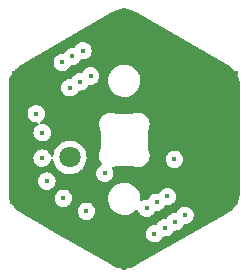
<source format=gbr>
%TF.GenerationSoftware,KiCad,Pcbnew,(6.0.6)*%
%TF.CreationDate,2022-07-10T21:38:46+02:00*%
%TF.ProjectId,GCode_Buttons_B3K-T13L,47436f64-655f-4427-9574-746f6e735f42,rev?*%
%TF.SameCoordinates,Original*%
%TF.FileFunction,Copper,L3,Inr*%
%TF.FilePolarity,Positive*%
%FSLAX46Y46*%
G04 Gerber Fmt 4.6, Leading zero omitted, Abs format (unit mm)*
G04 Created by KiCad (PCBNEW (6.0.6)) date 2022-07-10 21:38:46*
%MOMM*%
%LPD*%
G01*
G04 APERTURE LIST*
%TA.AperFunction,ComponentPad*%
%ADD10C,1.800000*%
%TD*%
%TA.AperFunction,ViaPad*%
%ADD11C,0.450000*%
%TD*%
G04 APERTURE END LIST*
D10*
%TO.N,Net-(JP1-Pad1)*%
%TO.C,SW1*%
X95400000Y-101500000D03*
%TO.N,GND*%
X104600000Y-98500000D03*
%TD*%
D11*
%TO.N,+5V*%
X103650000Y-104800000D03*
X92550000Y-97800000D03*
X96500000Y-92450000D03*
X104250000Y-101650000D03*
%TO.N,GND*%
X90650000Y-94350000D03*
X109450000Y-94350000D03*
X100000000Y-110850000D03*
X109450000Y-105300000D03*
X97400000Y-91950000D03*
X100000000Y-89000000D03*
X90500000Y-105300000D03*
%TO.N,Net-(J1-Pad4)*%
X95600000Y-92950000D03*
X102750000Y-105300000D03*
X94850000Y-104950000D03*
%TO.N,Net-(J1-Pad1)*%
X102550000Y-107950000D03*
X93050000Y-99400000D03*
X95400000Y-95600000D03*
%TO.N,Net-(J1-Pad2)*%
X93050000Y-101550000D03*
X94750000Y-93450000D03*
X101900000Y-105800000D03*
%TO.N,Net-(J1-Pad3)*%
X93450000Y-103500000D03*
X103450000Y-107450000D03*
X96250000Y-95100000D03*
%TO.N,Net-(J1-Pad5)*%
X104300000Y-106950000D03*
X96800000Y-106050000D03*
X97150000Y-94600000D03*
%TO.N,Dout*%
X105150000Y-106400000D03*
X98350000Y-102850000D03*
%TD*%
%TA.AperFunction,Conductor*%
%TO.N,GND*%
G36*
X100109229Y-88929218D02*
G01*
X100251700Y-88938557D01*
X100268040Y-88940708D01*
X100387689Y-88964507D01*
X100507342Y-88988308D01*
X100523256Y-88992572D01*
X100638775Y-89031786D01*
X100754291Y-89070998D01*
X100769518Y-89077305D01*
X100958213Y-89170359D01*
X100977745Y-89182825D01*
X100980725Y-89184595D01*
X100987718Y-89190227D01*
X101017122Y-89202437D01*
X101031789Y-89209678D01*
X108753005Y-93667526D01*
X108769036Y-93678513D01*
X108787719Y-93693561D01*
X108796007Y-93697002D01*
X108796011Y-93697005D01*
X108802892Y-93699862D01*
X108824564Y-93711458D01*
X109005489Y-93832347D01*
X109018552Y-93842370D01*
X109130266Y-93940340D01*
X109201991Y-94003241D01*
X109213646Y-94014896D01*
X109374521Y-94198340D01*
X109384554Y-94211415D01*
X109520101Y-94414274D01*
X109528342Y-94428547D01*
X109636257Y-94647374D01*
X109642564Y-94662601D01*
X109720991Y-94893636D01*
X109725256Y-94909553D01*
X109772856Y-95148853D01*
X109775007Y-95165194D01*
X109788766Y-95375105D01*
X109787731Y-95398357D01*
X109787690Y-95401745D01*
X109786308Y-95410618D01*
X109787472Y-95419520D01*
X109787472Y-95419523D01*
X109790435Y-95442179D01*
X109791499Y-95458516D01*
X109791501Y-104374186D01*
X109790000Y-104393574D01*
X109786310Y-104417269D01*
X109787957Y-104429863D01*
X109788440Y-104433560D01*
X109789233Y-104458135D01*
X109783482Y-104545852D01*
X109774998Y-104675252D01*
X109772847Y-104691591D01*
X109725244Y-104930899D01*
X109720978Y-104946818D01*
X109685979Y-105049922D01*
X109654291Y-105143275D01*
X109642553Y-105177853D01*
X109636248Y-105193077D01*
X109606733Y-105252929D01*
X109528334Y-105411913D01*
X109520094Y-105426186D01*
X109384541Y-105629064D01*
X109374509Y-105642138D01*
X109309852Y-105715870D01*
X109217693Y-105820965D01*
X109213644Y-105825582D01*
X109201992Y-105837235D01*
X109018551Y-105998123D01*
X109005485Y-106008150D01*
X108900326Y-106078423D01*
X108830734Y-106124928D01*
X108809273Y-106136078D01*
X108806935Y-106137390D01*
X108798564Y-106140629D01*
X108791440Y-106146086D01*
X108773307Y-106159976D01*
X108759686Y-106169069D01*
X101038499Y-110626898D01*
X101020961Y-110635291D01*
X101006957Y-110640709D01*
X100998580Y-110643950D01*
X100991452Y-110649410D01*
X100985542Y-110653937D01*
X100964654Y-110666914D01*
X100877557Y-110709868D01*
X100769511Y-110763153D01*
X100754293Y-110769457D01*
X100523250Y-110847889D01*
X100507338Y-110852153D01*
X100386745Y-110876141D01*
X100268038Y-110899754D01*
X100251697Y-110901905D01*
X100083931Y-110912902D01*
X100008239Y-110917863D01*
X99991761Y-110917863D01*
X99916069Y-110912902D01*
X99748303Y-110901905D01*
X99731962Y-110899754D01*
X99613273Y-110876144D01*
X99492663Y-110852153D01*
X99476751Y-110847889D01*
X99245705Y-110769456D01*
X99230488Y-110763152D01*
X99041791Y-110670093D01*
X99022289Y-110657644D01*
X99019279Y-110655857D01*
X99012290Y-110650227D01*
X98982877Y-110638012D01*
X98968214Y-110630773D01*
X94307126Y-107939694D01*
X101811931Y-107939694D01*
X101827989Y-108103468D01*
X101879932Y-108259615D01*
X101965179Y-108400373D01*
X102079491Y-108518747D01*
X102217189Y-108608854D01*
X102371428Y-108666215D01*
X102378409Y-108667146D01*
X102378411Y-108667147D01*
X102527561Y-108687048D01*
X102527565Y-108687048D01*
X102534542Y-108687979D01*
X102541553Y-108687341D01*
X102541557Y-108687341D01*
X102691403Y-108673704D01*
X102691404Y-108673704D01*
X102698424Y-108673065D01*
X102727062Y-108663760D01*
X102848230Y-108624390D01*
X102848233Y-108624389D01*
X102854929Y-108622213D01*
X102996279Y-108537951D01*
X103115449Y-108424468D01*
X103131458Y-108400373D01*
X103202614Y-108293275D01*
X103202615Y-108293273D01*
X103206515Y-108287403D01*
X103217998Y-108257174D01*
X103260884Y-108200598D01*
X103327552Y-108176187D01*
X103352444Y-108177025D01*
X103401435Y-108183562D01*
X103427562Y-108187048D01*
X103427565Y-108187048D01*
X103434542Y-108187979D01*
X103441553Y-108187341D01*
X103441557Y-108187341D01*
X103591403Y-108173704D01*
X103591404Y-108173704D01*
X103598424Y-108173065D01*
X103638440Y-108160063D01*
X103748230Y-108124390D01*
X103748233Y-108124389D01*
X103754929Y-108122213D01*
X103896279Y-108037951D01*
X104015449Y-107924468D01*
X104106515Y-107787403D01*
X104115586Y-107763524D01*
X104158472Y-107706947D01*
X104225140Y-107682537D01*
X104250037Y-107683375D01*
X104277561Y-107687048D01*
X104277565Y-107687048D01*
X104284542Y-107687979D01*
X104291553Y-107687341D01*
X104291557Y-107687341D01*
X104441403Y-107673704D01*
X104441404Y-107673704D01*
X104448424Y-107673065D01*
X104471455Y-107665582D01*
X104598230Y-107624390D01*
X104598233Y-107624389D01*
X104604929Y-107622213D01*
X104746279Y-107537951D01*
X104865449Y-107424468D01*
X104899468Y-107373266D01*
X104952614Y-107293275D01*
X104952615Y-107293273D01*
X104956515Y-107287403D01*
X104983662Y-107215937D01*
X105026550Y-107159359D01*
X105093219Y-107134949D01*
X105118113Y-107135787D01*
X105121919Y-107136295D01*
X105127562Y-107137048D01*
X105127565Y-107137048D01*
X105134542Y-107137979D01*
X105141553Y-107137341D01*
X105141557Y-107137341D01*
X105291403Y-107123704D01*
X105291404Y-107123704D01*
X105298424Y-107123065D01*
X105321455Y-107115582D01*
X105448230Y-107074390D01*
X105448233Y-107074389D01*
X105454929Y-107072213D01*
X105596279Y-106987951D01*
X105715449Y-106874468D01*
X105719350Y-106868597D01*
X105802614Y-106743275D01*
X105802615Y-106743273D01*
X105806515Y-106737403D01*
X105864951Y-106583568D01*
X105882133Y-106461310D01*
X105887302Y-106424534D01*
X105887303Y-106424527D01*
X105887853Y-106420610D01*
X105888141Y-106400000D01*
X105869798Y-106236466D01*
X105855127Y-106194335D01*
X105837402Y-106143437D01*
X105815680Y-106081060D01*
X105805982Y-106065539D01*
X105732209Y-105947479D01*
X105728476Y-105941505D01*
X105657279Y-105869809D01*
X105617486Y-105829737D01*
X105617482Y-105829734D01*
X105612522Y-105824739D01*
X105473580Y-105736563D01*
X105415467Y-105715870D01*
X105325189Y-105683723D01*
X105325187Y-105683722D01*
X105318555Y-105681361D01*
X105311569Y-105680528D01*
X105311565Y-105680527D01*
X105197071Y-105666875D01*
X105155153Y-105661877D01*
X105148150Y-105662613D01*
X105148149Y-105662613D01*
X105113879Y-105666215D01*
X104991495Y-105679078D01*
X104984827Y-105681348D01*
X104842382Y-105729840D01*
X104842379Y-105729841D01*
X104835715Y-105732110D01*
X104695555Y-105818337D01*
X104688157Y-105825582D01*
X104624468Y-105887951D01*
X104577982Y-105933473D01*
X104488838Y-106071797D01*
X104486427Y-106078420D01*
X104486426Y-106078423D01*
X104466490Y-106133198D01*
X104424396Y-106190370D01*
X104358075Y-106215708D01*
X104333173Y-106215218D01*
X104305153Y-106211877D01*
X104298150Y-106212613D01*
X104298149Y-106212613D01*
X104273365Y-106215218D01*
X104141495Y-106229078D01*
X104134827Y-106231348D01*
X103992382Y-106279840D01*
X103992379Y-106279841D01*
X103985715Y-106282110D01*
X103977209Y-106287343D01*
X103861659Y-106358430D01*
X103845555Y-106368337D01*
X103825526Y-106387951D01*
X103743163Y-106468607D01*
X103727982Y-106483473D01*
X103638838Y-106621797D01*
X103636427Y-106628420D01*
X103636426Y-106628423D01*
X103633930Y-106635281D01*
X103591835Y-106692452D01*
X103525513Y-106717788D01*
X103500616Y-106717298D01*
X103455153Y-106711877D01*
X103448150Y-106712613D01*
X103448149Y-106712613D01*
X103404935Y-106717155D01*
X103291495Y-106729078D01*
X103284827Y-106731348D01*
X103142382Y-106779840D01*
X103142379Y-106779841D01*
X103135715Y-106782110D01*
X103038858Y-106841697D01*
X103007740Y-106860841D01*
X102995555Y-106868337D01*
X102877982Y-106983473D01*
X102788838Y-107121797D01*
X102786427Y-107128420D01*
X102786426Y-107128423D01*
X102781852Y-107140991D01*
X102739758Y-107198163D01*
X102673437Y-107223501D01*
X102648533Y-107223011D01*
X102562147Y-107212711D01*
X102555153Y-107211877D01*
X102548150Y-107212613D01*
X102548149Y-107212613D01*
X102516524Y-107215937D01*
X102391495Y-107229078D01*
X102384827Y-107231348D01*
X102242382Y-107279840D01*
X102242379Y-107279841D01*
X102235715Y-107282110D01*
X102095555Y-107368337D01*
X101977982Y-107483473D01*
X101888838Y-107621797D01*
X101886427Y-107628420D01*
X101886426Y-107628423D01*
X101834966Y-107769809D01*
X101834965Y-107769814D01*
X101832556Y-107776432D01*
X101811931Y-107939694D01*
X94307126Y-107939694D01*
X93075028Y-107228342D01*
X91246992Y-106172925D01*
X91230958Y-106161936D01*
X91219257Y-106152512D01*
X91219253Y-106152510D01*
X91212262Y-106146879D01*
X91197090Y-106140579D01*
X91175408Y-106128979D01*
X91041773Y-106039694D01*
X96061931Y-106039694D01*
X96077989Y-106203468D01*
X96129932Y-106359615D01*
X96133581Y-106365640D01*
X96198125Y-106472213D01*
X96215179Y-106500373D01*
X96220070Y-106505438D01*
X96220071Y-106505439D01*
X96286561Y-106574291D01*
X96329491Y-106618747D01*
X96467189Y-106708854D01*
X96621428Y-106766215D01*
X96628409Y-106767146D01*
X96628411Y-106767147D01*
X96777561Y-106787048D01*
X96777565Y-106787048D01*
X96784542Y-106787979D01*
X96791553Y-106787341D01*
X96791557Y-106787341D01*
X96941403Y-106773704D01*
X96941404Y-106773704D01*
X96948424Y-106773065D01*
X96977062Y-106763760D01*
X97098230Y-106724390D01*
X97098233Y-106724389D01*
X97104929Y-106722213D01*
X97246279Y-106637951D01*
X97365449Y-106524468D01*
X97370313Y-106517147D01*
X97452614Y-106393275D01*
X97452615Y-106393273D01*
X97456515Y-106387403D01*
X97514951Y-106233568D01*
X97528652Y-106136078D01*
X97537302Y-106074534D01*
X97537303Y-106074527D01*
X97537853Y-106070610D01*
X97538141Y-106050000D01*
X97519798Y-105886466D01*
X97513998Y-105869809D01*
X97492246Y-105807347D01*
X97465680Y-105731060D01*
X97457806Y-105718458D01*
X97382209Y-105597479D01*
X97378476Y-105591505D01*
X97313612Y-105526187D01*
X97267486Y-105479737D01*
X97267482Y-105479734D01*
X97262522Y-105474739D01*
X97123580Y-105386563D01*
X97050280Y-105360462D01*
X96975189Y-105333723D01*
X96975187Y-105333722D01*
X96968555Y-105331361D01*
X96961569Y-105330528D01*
X96961565Y-105330527D01*
X96847071Y-105316875D01*
X96805153Y-105311877D01*
X96798150Y-105312613D01*
X96798149Y-105312613D01*
X96754935Y-105317155D01*
X96641495Y-105329078D01*
X96634827Y-105331348D01*
X96492382Y-105379840D01*
X96492379Y-105379841D01*
X96485715Y-105382110D01*
X96345555Y-105468337D01*
X96333914Y-105479737D01*
X96274468Y-105537951D01*
X96227982Y-105583473D01*
X96138838Y-105721797D01*
X96136427Y-105728420D01*
X96136426Y-105728423D01*
X96084966Y-105869809D01*
X96084965Y-105869814D01*
X96082556Y-105876432D01*
X96061931Y-106039694D01*
X91041773Y-106039694D01*
X90994502Y-106008111D01*
X90981425Y-105998077D01*
X90797982Y-105837209D01*
X90786326Y-105825553D01*
X90785613Y-105824739D01*
X90625466Y-105642130D01*
X90615432Y-105629054D01*
X90554151Y-105537341D01*
X90479880Y-105426186D01*
X90471643Y-105411918D01*
X90363735Y-105193093D01*
X90357428Y-105177866D01*
X90353454Y-105166158D01*
X90279010Y-104946833D01*
X90277097Y-104939694D01*
X94111931Y-104939694D01*
X94127989Y-105103468D01*
X94179932Y-105259615D01*
X94183581Y-105265640D01*
X94259839Y-105391555D01*
X94265179Y-105400373D01*
X94270070Y-105405438D01*
X94270071Y-105405439D01*
X94330811Y-105468337D01*
X94379491Y-105518747D01*
X94517189Y-105608854D01*
X94671428Y-105666215D01*
X94678409Y-105667146D01*
X94678411Y-105667147D01*
X94827561Y-105687048D01*
X94827565Y-105687048D01*
X94834542Y-105687979D01*
X94841553Y-105687341D01*
X94841557Y-105687341D01*
X94991403Y-105673704D01*
X94991404Y-105673704D01*
X94998424Y-105673065D01*
X95032857Y-105661877D01*
X95148230Y-105624390D01*
X95148233Y-105624389D01*
X95154929Y-105622213D01*
X95296279Y-105537951D01*
X95415449Y-105424468D01*
X95419350Y-105418597D01*
X95502614Y-105293275D01*
X95502615Y-105293273D01*
X95506515Y-105287403D01*
X95564951Y-105133568D01*
X95576769Y-105049475D01*
X95587302Y-104974534D01*
X95587303Y-104974527D01*
X95587853Y-104970610D01*
X95588141Y-104950000D01*
X95586545Y-104935774D01*
X98638102Y-104935774D01*
X98638302Y-104941103D01*
X98638302Y-104941105D01*
X98642107Y-105042452D01*
X98646751Y-105166158D01*
X98647846Y-105171377D01*
X98652402Y-105193093D01*
X98694093Y-105391791D01*
X98696051Y-105396750D01*
X98696052Y-105396752D01*
X98775324Y-105597479D01*
X98778776Y-105606221D01*
X98781543Y-105610780D01*
X98781544Y-105610783D01*
X98815181Y-105666215D01*
X98898377Y-105803317D01*
X98901874Y-105807347D01*
X99041808Y-105968607D01*
X99049477Y-105977445D01*
X99053608Y-105980832D01*
X99223627Y-106120240D01*
X99223633Y-106120244D01*
X99227755Y-106123624D01*
X99232391Y-106126263D01*
X99232394Y-106126265D01*
X99388663Y-106215218D01*
X99428114Y-106237675D01*
X99644825Y-106316337D01*
X99650074Y-106317286D01*
X99650077Y-106317287D01*
X99867608Y-106356623D01*
X99867615Y-106356624D01*
X99871692Y-106357361D01*
X99889414Y-106358197D01*
X99894356Y-106358430D01*
X99894363Y-106358430D01*
X99895844Y-106358500D01*
X100057890Y-106358500D01*
X100124809Y-106352822D01*
X100224409Y-106344371D01*
X100224413Y-106344370D01*
X100229720Y-106343920D01*
X100234875Y-106342582D01*
X100234881Y-106342581D01*
X100447703Y-106287343D01*
X100447707Y-106287342D01*
X100452872Y-106286001D01*
X100457738Y-106283809D01*
X100457741Y-106283808D01*
X100621249Y-106210153D01*
X100663075Y-106191312D01*
X100854319Y-106062559D01*
X100863331Y-106053962D01*
X100983768Y-105939071D01*
X101046865Y-105906524D01*
X101117542Y-105913256D01*
X101173359Y-105957129D01*
X101190296Y-105990464D01*
X101229932Y-106109615D01*
X101233581Y-106115640D01*
X101307489Y-106237675D01*
X101315179Y-106250373D01*
X101429491Y-106368747D01*
X101567189Y-106458854D01*
X101721428Y-106516215D01*
X101728409Y-106517146D01*
X101728411Y-106517147D01*
X101877561Y-106537048D01*
X101877565Y-106537048D01*
X101884542Y-106537979D01*
X101891553Y-106537341D01*
X101891557Y-106537341D01*
X102041403Y-106523704D01*
X102041404Y-106523704D01*
X102048424Y-106523065D01*
X102102671Y-106505439D01*
X102198230Y-106474390D01*
X102198233Y-106474389D01*
X102204929Y-106472213D01*
X102346279Y-106387951D01*
X102465449Y-106274468D01*
X102481458Y-106250373D01*
X102552614Y-106143275D01*
X102552615Y-106143273D01*
X102556515Y-106137403D01*
X102565586Y-106113524D01*
X102608472Y-106056947D01*
X102675140Y-106032537D01*
X102700037Y-106033375D01*
X102727561Y-106037048D01*
X102727565Y-106037048D01*
X102734542Y-106037979D01*
X102741553Y-106037341D01*
X102741557Y-106037341D01*
X102891403Y-106023704D01*
X102891404Y-106023704D01*
X102898424Y-106023065D01*
X102944447Y-106008111D01*
X103048230Y-105974390D01*
X103048233Y-105974389D01*
X103054929Y-105972213D01*
X103196279Y-105887951D01*
X103315449Y-105774468D01*
X103338124Y-105740340D01*
X103402614Y-105643275D01*
X103402615Y-105643273D01*
X103406515Y-105637403D01*
X103417998Y-105607174D01*
X103460884Y-105550598D01*
X103527552Y-105526187D01*
X103552444Y-105527025D01*
X103597946Y-105533096D01*
X103627562Y-105537048D01*
X103627565Y-105537048D01*
X103634542Y-105537979D01*
X103641553Y-105537341D01*
X103641557Y-105537341D01*
X103791403Y-105523704D01*
X103791404Y-105523704D01*
X103798424Y-105523065D01*
X103838440Y-105510063D01*
X103948230Y-105474390D01*
X103948233Y-105474389D01*
X103954929Y-105472213D01*
X104096279Y-105387951D01*
X104215449Y-105274468D01*
X104219350Y-105268597D01*
X104302614Y-105143275D01*
X104302615Y-105143273D01*
X104306515Y-105137403D01*
X104364951Y-104983568D01*
X104385213Y-104839396D01*
X104387302Y-104824534D01*
X104387303Y-104824527D01*
X104387853Y-104820610D01*
X104388141Y-104800000D01*
X104369798Y-104636466D01*
X104365835Y-104625084D01*
X104317998Y-104487717D01*
X104315680Y-104481060D01*
X104296257Y-104449976D01*
X104232209Y-104347479D01*
X104228476Y-104341505D01*
X104164678Y-104277260D01*
X104117486Y-104229737D01*
X104117482Y-104229734D01*
X104112522Y-104224739D01*
X103973580Y-104136563D01*
X103850952Y-104092897D01*
X103825189Y-104083723D01*
X103825187Y-104083722D01*
X103818555Y-104081361D01*
X103811569Y-104080528D01*
X103811565Y-104080527D01*
X103697071Y-104066875D01*
X103655153Y-104061877D01*
X103648150Y-104062613D01*
X103648149Y-104062613D01*
X103604935Y-104067155D01*
X103491495Y-104079078D01*
X103484827Y-104081348D01*
X103342382Y-104129840D01*
X103342379Y-104129841D01*
X103335715Y-104132110D01*
X103266990Y-104174390D01*
X103206056Y-104211877D01*
X103195555Y-104218337D01*
X103077982Y-104333473D01*
X102988838Y-104471797D01*
X102986427Y-104478420D01*
X102986426Y-104478423D01*
X102981852Y-104490991D01*
X102939758Y-104548163D01*
X102873437Y-104573501D01*
X102848533Y-104573011D01*
X102762147Y-104562711D01*
X102755153Y-104561877D01*
X102748150Y-104562613D01*
X102748149Y-104562613D01*
X102704935Y-104567155D01*
X102591495Y-104579078D01*
X102584827Y-104581348D01*
X102442382Y-104629840D01*
X102442379Y-104629841D01*
X102435715Y-104632110D01*
X102295555Y-104718337D01*
X102274995Y-104738471D01*
X102208118Y-104803962D01*
X102177982Y-104833473D01*
X102088838Y-104971797D01*
X102086427Y-104978420D01*
X102086426Y-104978423D01*
X102083930Y-104985281D01*
X102041835Y-105042452D01*
X101975513Y-105067788D01*
X101950616Y-105067298D01*
X101905153Y-105061877D01*
X101898150Y-105062613D01*
X101898149Y-105062613D01*
X101854935Y-105067155D01*
X101741495Y-105079078D01*
X101734827Y-105081348D01*
X101592382Y-105129840D01*
X101592379Y-105129841D01*
X101585715Y-105132110D01*
X101572640Y-105140154D01*
X101553277Y-105152066D01*
X101484776Y-105170724D01*
X101417062Y-105149385D01*
X101371634Y-105094825D01*
X101361344Y-105049475D01*
X101361081Y-105042452D01*
X101353249Y-104833842D01*
X101305907Y-104608209D01*
X101303948Y-104603248D01*
X101223185Y-104398744D01*
X101223184Y-104398742D01*
X101221224Y-104393779D01*
X101213362Y-104380822D01*
X101104390Y-104201243D01*
X101101623Y-104196683D01*
X101049454Y-104136563D01*
X100954023Y-104026588D01*
X100954021Y-104026586D01*
X100950523Y-104022555D01*
X100862491Y-103950373D01*
X100776373Y-103879760D01*
X100776367Y-103879756D01*
X100772245Y-103876376D01*
X100767609Y-103873737D01*
X100767606Y-103873735D01*
X100576529Y-103764968D01*
X100571886Y-103762325D01*
X100355175Y-103683663D01*
X100349926Y-103682714D01*
X100349923Y-103682713D01*
X100132392Y-103643377D01*
X100132385Y-103643376D01*
X100128308Y-103642639D01*
X100110586Y-103641803D01*
X100105644Y-103641570D01*
X100105637Y-103641570D01*
X100104156Y-103641500D01*
X99942110Y-103641500D01*
X99883667Y-103646459D01*
X99775591Y-103655629D01*
X99775587Y-103655630D01*
X99770280Y-103656080D01*
X99765125Y-103657418D01*
X99765119Y-103657419D01*
X99552297Y-103712657D01*
X99552293Y-103712658D01*
X99547128Y-103713999D01*
X99542262Y-103716191D01*
X99542259Y-103716192D01*
X99433980Y-103764968D01*
X99336925Y-103808688D01*
X99145681Y-103937441D01*
X99141824Y-103941120D01*
X99141822Y-103941122D01*
X99132125Y-103950373D01*
X98978865Y-104096576D01*
X98841246Y-104281542D01*
X98838830Y-104286293D01*
X98838828Y-104286297D01*
X98810759Y-104341505D01*
X98736760Y-104487051D01*
X98735178Y-104492145D01*
X98735177Y-104492148D01*
X98690365Y-104636466D01*
X98668393Y-104707227D01*
X98667692Y-104712516D01*
X98650876Y-104839396D01*
X98638102Y-104935774D01*
X95586545Y-104935774D01*
X95569798Y-104786466D01*
X95563998Y-104769809D01*
X95536759Y-104691591D01*
X95515680Y-104631060D01*
X95484625Y-104581361D01*
X95432209Y-104497479D01*
X95428476Y-104491505D01*
X95363597Y-104426172D01*
X95317486Y-104379737D01*
X95317482Y-104379734D01*
X95312522Y-104374739D01*
X95173580Y-104286563D01*
X95124447Y-104269068D01*
X95025189Y-104233723D01*
X95025187Y-104233722D01*
X95018555Y-104231361D01*
X95011569Y-104230528D01*
X95011565Y-104230527D01*
X94897071Y-104216875D01*
X94855153Y-104211877D01*
X94848150Y-104212613D01*
X94848149Y-104212613D01*
X94813879Y-104216215D01*
X94691495Y-104229078D01*
X94684827Y-104231348D01*
X94542382Y-104279840D01*
X94542379Y-104279841D01*
X94535715Y-104282110D01*
X94395555Y-104368337D01*
X94345587Y-104417269D01*
X94286549Y-104475084D01*
X94277982Y-104483473D01*
X94188838Y-104621797D01*
X94186427Y-104628420D01*
X94186426Y-104628423D01*
X94134966Y-104769809D01*
X94134965Y-104769814D01*
X94132556Y-104776432D01*
X94111931Y-104939694D01*
X90277097Y-104939694D01*
X90274748Y-104930928D01*
X90227157Y-104691620D01*
X90225007Y-104675287D01*
X90222180Y-104632110D01*
X90211251Y-104465238D01*
X90212261Y-104442597D01*
X90212308Y-104438734D01*
X90213690Y-104429863D01*
X90209562Y-104398280D01*
X90208499Y-104381951D01*
X90208499Y-103489694D01*
X92711931Y-103489694D01*
X92727989Y-103653468D01*
X92779932Y-103809615D01*
X92865179Y-103950373D01*
X92979491Y-104068747D01*
X93117189Y-104158854D01*
X93271428Y-104216215D01*
X93278409Y-104217146D01*
X93278411Y-104217147D01*
X93427561Y-104237048D01*
X93427565Y-104237048D01*
X93434542Y-104237979D01*
X93441553Y-104237341D01*
X93441557Y-104237341D01*
X93591403Y-104223704D01*
X93591404Y-104223704D01*
X93598424Y-104223065D01*
X93692022Y-104192653D01*
X93748230Y-104174390D01*
X93748233Y-104174389D01*
X93754929Y-104172213D01*
X93896279Y-104087951D01*
X94015449Y-103974468D01*
X94031458Y-103950373D01*
X94102614Y-103843275D01*
X94102615Y-103843273D01*
X94106515Y-103837403D01*
X94164951Y-103683568D01*
X94187853Y-103520610D01*
X94188017Y-103508854D01*
X94188086Y-103503962D01*
X94188086Y-103503956D01*
X94188141Y-103500000D01*
X94169798Y-103336466D01*
X94163998Y-103319809D01*
X94117998Y-103187717D01*
X94115680Y-103181060D01*
X94106045Y-103165640D01*
X94032209Y-103047479D01*
X94028476Y-103041505D01*
X93970499Y-102983122D01*
X93917486Y-102929737D01*
X93917482Y-102929734D01*
X93912522Y-102924739D01*
X93773580Y-102836563D01*
X93715512Y-102815886D01*
X93625189Y-102783723D01*
X93625187Y-102783722D01*
X93618555Y-102781361D01*
X93611569Y-102780528D01*
X93611565Y-102780527D01*
X93497071Y-102766875D01*
X93455153Y-102761877D01*
X93448150Y-102762613D01*
X93448149Y-102762613D01*
X93404935Y-102767155D01*
X93291495Y-102779078D01*
X93284827Y-102781348D01*
X93142382Y-102829840D01*
X93142379Y-102829841D01*
X93135715Y-102832110D01*
X93052834Y-102883099D01*
X93006064Y-102911872D01*
X92995555Y-102918337D01*
X92983914Y-102929737D01*
X92885008Y-103026593D01*
X92877982Y-103033473D01*
X92788838Y-103171797D01*
X92786427Y-103178420D01*
X92786426Y-103178423D01*
X92734966Y-103319809D01*
X92734965Y-103319814D01*
X92732556Y-103326432D01*
X92711931Y-103489694D01*
X90208499Y-103489694D01*
X90208499Y-101539694D01*
X92311931Y-101539694D01*
X92327989Y-101703468D01*
X92379932Y-101859615D01*
X92383581Y-101865640D01*
X92456296Y-101985705D01*
X92465179Y-102000373D01*
X92470070Y-102005438D01*
X92470071Y-102005439D01*
X92493139Y-102029327D01*
X92579491Y-102118747D01*
X92717189Y-102208854D01*
X92871428Y-102266215D01*
X92878409Y-102267146D01*
X92878411Y-102267147D01*
X93027561Y-102287048D01*
X93027565Y-102287048D01*
X93034542Y-102287979D01*
X93041553Y-102287341D01*
X93041557Y-102287341D01*
X93191403Y-102273704D01*
X93191404Y-102273704D01*
X93198424Y-102273065D01*
X93227062Y-102263760D01*
X93348230Y-102224390D01*
X93348233Y-102224389D01*
X93354929Y-102222213D01*
X93496279Y-102137951D01*
X93615449Y-102024468D01*
X93631458Y-102000373D01*
X93702614Y-101893275D01*
X93702615Y-101893273D01*
X93706515Y-101887403D01*
X93764951Y-101733568D01*
X93765301Y-101731079D01*
X93800700Y-101671613D01*
X93864233Y-101639926D01*
X93934811Y-101647617D01*
X93990028Y-101692245D01*
X94009342Y-101736254D01*
X94051346Y-101922642D01*
X94053288Y-101927424D01*
X94053289Y-101927428D01*
X94133299Y-102124468D01*
X94138484Y-102137237D01*
X94194053Y-102227917D01*
X94242674Y-102307259D01*
X94259501Y-102334719D01*
X94411147Y-102509784D01*
X94589349Y-102657730D01*
X94789322Y-102774584D01*
X94794147Y-102776426D01*
X94794148Y-102776427D01*
X94868665Y-102804883D01*
X95005694Y-102857209D01*
X95010760Y-102858240D01*
X95010761Y-102858240D01*
X95052093Y-102866649D01*
X95232656Y-102903385D01*
X95363324Y-102908176D01*
X95458949Y-102911683D01*
X95458953Y-102911683D01*
X95464113Y-102911872D01*
X95469233Y-102911216D01*
X95469235Y-102911216D01*
X95542270Y-102901860D01*
X95693847Y-102882442D01*
X95698795Y-102880957D01*
X95698802Y-102880956D01*
X95836334Y-102839694D01*
X97611931Y-102839694D01*
X97627989Y-103003468D01*
X97679932Y-103159615D01*
X97765179Y-103300373D01*
X97879491Y-103418747D01*
X98017189Y-103508854D01*
X98171428Y-103566215D01*
X98178409Y-103567146D01*
X98178411Y-103567147D01*
X98327561Y-103587048D01*
X98327565Y-103587048D01*
X98334542Y-103587979D01*
X98341553Y-103587341D01*
X98341557Y-103587341D01*
X98491403Y-103573704D01*
X98491404Y-103573704D01*
X98498424Y-103573065D01*
X98527062Y-103563760D01*
X98648230Y-103524390D01*
X98648233Y-103524389D01*
X98654929Y-103522213D01*
X98796279Y-103437951D01*
X98915449Y-103324468D01*
X98931458Y-103300373D01*
X99002614Y-103193275D01*
X99002615Y-103193273D01*
X99006515Y-103187403D01*
X99064951Y-103033568D01*
X99073507Y-102972689D01*
X99087302Y-102874534D01*
X99087303Y-102874527D01*
X99087853Y-102870610D01*
X99088141Y-102850000D01*
X99069798Y-102686466D01*
X99063998Y-102669809D01*
X99032546Y-102579494D01*
X99015680Y-102531060D01*
X98982381Y-102477771D01*
X98963246Y-102409405D01*
X98984111Y-102341543D01*
X99038352Y-102295735D01*
X99067217Y-102286942D01*
X99102663Y-102280651D01*
X99130219Y-102275760D01*
X99260135Y-102227204D01*
X99269170Y-102224212D01*
X99287074Y-102219026D01*
X99287086Y-102219021D01*
X99291751Y-102217670D01*
X99294463Y-102216405D01*
X99321216Y-102209727D01*
X99322496Y-102209560D01*
X99338810Y-102208499D01*
X100653455Y-102208499D01*
X100672850Y-102210001D01*
X100688012Y-102212363D01*
X100695952Y-102213600D01*
X100720667Y-102220072D01*
X100735295Y-102225539D01*
X100869770Y-102275799D01*
X100875420Y-102276802D01*
X100875421Y-102276802D01*
X101045348Y-102306960D01*
X101045351Y-102306960D01*
X101051001Y-102307963D01*
X101143030Y-102307377D01*
X101229318Y-102306827D01*
X101229322Y-102306827D01*
X101235060Y-102306790D01*
X101240696Y-102305715D01*
X101240700Y-102305715D01*
X101410230Y-102273391D01*
X101410234Y-102273390D01*
X101415866Y-102272316D01*
X101587444Y-102205683D01*
X101697312Y-102137951D01*
X101739241Y-102112103D01*
X101739245Y-102112100D01*
X101744126Y-102109091D01*
X101760450Y-102094350D01*
X101876477Y-101989575D01*
X101876481Y-101989571D01*
X101880733Y-101985731D01*
X101884221Y-101981183D01*
X101884225Y-101981179D01*
X101939753Y-101908782D01*
X101992753Y-101839681D01*
X102076484Y-101675765D01*
X102087258Y-101639694D01*
X103511931Y-101639694D01*
X103527989Y-101803468D01*
X103579932Y-101959615D01*
X103583581Y-101965640D01*
X103622152Y-102029327D01*
X103665179Y-102100373D01*
X103670070Y-102105438D01*
X103670071Y-102105439D01*
X103704948Y-102141555D01*
X103779491Y-102218747D01*
X103917189Y-102308854D01*
X104071428Y-102366215D01*
X104078409Y-102367146D01*
X104078411Y-102367147D01*
X104227561Y-102387048D01*
X104227565Y-102387048D01*
X104234542Y-102387979D01*
X104241553Y-102387341D01*
X104241557Y-102387341D01*
X104391403Y-102373704D01*
X104391404Y-102373704D01*
X104398424Y-102373065D01*
X104427062Y-102363760D01*
X104548230Y-102324390D01*
X104548233Y-102324389D01*
X104554929Y-102322213D01*
X104696279Y-102237951D01*
X104815449Y-102124468D01*
X104821545Y-102115293D01*
X104902614Y-101993275D01*
X104902615Y-101993273D01*
X104906515Y-101987403D01*
X104964951Y-101833568D01*
X104984187Y-101696697D01*
X104987302Y-101674534D01*
X104987303Y-101674527D01*
X104987853Y-101670610D01*
X104988141Y-101650000D01*
X104969798Y-101486466D01*
X104963998Y-101469809D01*
X104917998Y-101337717D01*
X104915680Y-101331060D01*
X104881795Y-101276832D01*
X104832209Y-101197479D01*
X104828476Y-101191505D01*
X104735104Y-101097479D01*
X104717486Y-101079737D01*
X104717482Y-101079734D01*
X104712522Y-101074739D01*
X104573580Y-100986563D01*
X104512027Y-100964645D01*
X104425189Y-100933723D01*
X104425187Y-100933722D01*
X104418555Y-100931361D01*
X104411569Y-100930528D01*
X104411565Y-100930527D01*
X104297071Y-100916875D01*
X104255153Y-100911877D01*
X104248150Y-100912613D01*
X104248149Y-100912613D01*
X104204935Y-100917155D01*
X104091495Y-100929078D01*
X104084827Y-100931348D01*
X103942382Y-100979840D01*
X103942379Y-100979841D01*
X103935715Y-100982110D01*
X103879077Y-101016954D01*
X103811477Y-101058542D01*
X103795555Y-101068337D01*
X103677982Y-101183473D01*
X103588838Y-101321797D01*
X103586427Y-101328420D01*
X103586426Y-101328423D01*
X103534966Y-101469809D01*
X103534965Y-101469814D01*
X103532556Y-101476432D01*
X103511931Y-101639694D01*
X102087258Y-101639694D01*
X102098311Y-101602686D01*
X102127516Y-101504903D01*
X102127517Y-101504900D01*
X102129159Y-101499401D01*
X102142518Y-101376432D01*
X102148419Y-101322114D01*
X102148419Y-101322112D01*
X102149038Y-101316414D01*
X102142726Y-101231060D01*
X102135887Y-101138568D01*
X102135886Y-101138564D01*
X102135464Y-101132853D01*
X102102623Y-101007301D01*
X102090337Y-100960331D01*
X102090336Y-100960328D01*
X102088885Y-100954781D01*
X102077530Y-100930527D01*
X102030079Y-100829174D01*
X102026367Y-100820396D01*
X102018039Y-100798418D01*
X102019036Y-100798040D01*
X102008500Y-100750870D01*
X102008500Y-99254888D01*
X102009999Y-99235513D01*
X102012336Y-99220496D01*
X102022724Y-99186447D01*
X102086414Y-99050405D01*
X102088849Y-99045204D01*
X102135426Y-98867139D01*
X102148999Y-98683584D01*
X102146732Y-98662711D01*
X102129741Y-98506313D01*
X102129740Y-98506307D01*
X102129121Y-98500605D01*
X102120191Y-98470704D01*
X102078088Y-98329742D01*
X102076447Y-98324247D01*
X101992719Y-98160338D01*
X101880703Y-98014294D01*
X101744101Y-97890939D01*
X101739220Y-97887930D01*
X101739216Y-97887927D01*
X101630020Y-97820610D01*
X101587425Y-97794351D01*
X101582082Y-97792276D01*
X101582078Y-97792274D01*
X101421206Y-97729799D01*
X101421207Y-97729799D01*
X101415853Y-97727720D01*
X101235054Y-97693249D01*
X101229315Y-97693212D01*
X101229311Y-97693212D01*
X101143712Y-97692667D01*
X101051002Y-97692076D01*
X101045352Y-97693079D01*
X101045349Y-97693079D01*
X100875434Y-97723235D01*
X100875430Y-97723236D01*
X100869779Y-97724239D01*
X100864406Y-97726247D01*
X100864403Y-97726248D01*
X100739860Y-97772797D01*
X100730810Y-97775794D01*
X100712926Y-97780975D01*
X100712922Y-97780977D01*
X100708247Y-97782331D01*
X100705493Y-97783616D01*
X100678679Y-97790304D01*
X100677605Y-97790444D01*
X100661318Y-97791501D01*
X99346487Y-97791501D01*
X99327118Y-97790003D01*
X99308892Y-97787168D01*
X99304133Y-97786427D01*
X99279395Y-97779951D01*
X99218383Y-97757148D01*
X99130230Y-97724201D01*
X99124579Y-97723198D01*
X98954652Y-97693040D01*
X98954649Y-97693040D01*
X98948999Y-97692037D01*
X98856288Y-97692628D01*
X98770683Y-97693173D01*
X98770679Y-97693173D01*
X98764940Y-97693210D01*
X98584134Y-97727683D01*
X98546629Y-97742249D01*
X98417903Y-97792240D01*
X98417899Y-97792242D01*
X98412556Y-97794317D01*
X98407676Y-97797326D01*
X98407671Y-97797328D01*
X98376331Y-97816649D01*
X98255875Y-97890909D01*
X98119267Y-98014268D01*
X98007247Y-98160319D01*
X97923516Y-98324234D01*
X97870841Y-98500599D01*
X97866780Y-98537979D01*
X97853143Y-98663513D01*
X97850962Y-98683585D01*
X97864536Y-98867146D01*
X97911114Y-99045218D01*
X97913545Y-99050412D01*
X97913546Y-99050413D01*
X97923824Y-99072366D01*
X97967399Y-99165440D01*
X97969923Y-99170832D01*
X97973627Y-99179592D01*
X97981961Y-99201584D01*
X97981962Y-99201585D01*
X97980965Y-99201963D01*
X97991501Y-99249133D01*
X97991501Y-100745106D01*
X97990003Y-100764477D01*
X97987665Y-100779504D01*
X97977277Y-100813556D01*
X97911151Y-100954796D01*
X97864575Y-101132861D01*
X97864152Y-101138575D01*
X97864152Y-101138578D01*
X97857509Y-101228423D01*
X97851002Y-101316415D01*
X97851621Y-101322113D01*
X97851621Y-101322115D01*
X97863386Y-101430409D01*
X97870880Y-101499394D01*
X97872522Y-101504893D01*
X97872523Y-101504896D01*
X97901848Y-101603079D01*
X97923553Y-101675752D01*
X98007281Y-101839661D01*
X98010791Y-101844237D01*
X98114554Y-101979522D01*
X98140141Y-102045747D01*
X98125862Y-102115293D01*
X98076250Y-102166079D01*
X98055181Y-102175483D01*
X98042384Y-102179839D01*
X98042379Y-102179841D01*
X98035715Y-102182110D01*
X97895555Y-102268337D01*
X97844221Y-102318607D01*
X97794654Y-102367147D01*
X97777982Y-102383473D01*
X97688838Y-102521797D01*
X97686427Y-102528420D01*
X97686426Y-102528423D01*
X97634966Y-102669809D01*
X97634965Y-102669814D01*
X97632556Y-102676432D01*
X97611931Y-102839694D01*
X95836334Y-102839694D01*
X95910747Y-102817369D01*
X95915690Y-102815886D01*
X95981343Y-102783723D01*
X96119049Y-102716262D01*
X96119052Y-102716260D01*
X96123684Y-102713991D01*
X96312243Y-102579494D01*
X96476303Y-102416005D01*
X96611458Y-102227917D01*
X96614084Y-102222605D01*
X96711784Y-102024922D01*
X96711785Y-102024920D01*
X96714078Y-102020280D01*
X96781408Y-101798671D01*
X96811640Y-101569041D01*
X96813207Y-101504903D01*
X96813245Y-101503365D01*
X96813245Y-101503361D01*
X96813327Y-101500000D01*
X96802623Y-101369809D01*
X96794773Y-101274318D01*
X96794772Y-101274312D01*
X96794349Y-101269167D01*
X96746768Y-101079737D01*
X96739184Y-101049544D01*
X96739183Y-101049540D01*
X96737925Y-101044533D01*
X96735866Y-101039797D01*
X96647630Y-100836868D01*
X96647628Y-100836865D01*
X96645570Y-100832131D01*
X96519764Y-100637665D01*
X96363887Y-100466358D01*
X96359836Y-100463159D01*
X96359832Y-100463155D01*
X96186177Y-100326011D01*
X96186172Y-100326008D01*
X96182123Y-100322810D01*
X96177607Y-100320317D01*
X96177604Y-100320315D01*
X95983879Y-100213373D01*
X95983875Y-100213371D01*
X95979355Y-100210876D01*
X95974486Y-100209152D01*
X95974482Y-100209150D01*
X95765903Y-100135288D01*
X95765899Y-100135287D01*
X95761028Y-100133562D01*
X95755935Y-100132655D01*
X95755932Y-100132654D01*
X95538095Y-100093851D01*
X95538089Y-100093850D01*
X95533006Y-100092945D01*
X95460096Y-100092054D01*
X95306581Y-100090179D01*
X95306579Y-100090179D01*
X95301411Y-100090116D01*
X95072464Y-100125150D01*
X94852314Y-100197106D01*
X94847726Y-100199494D01*
X94847722Y-100199496D01*
X94821065Y-100213373D01*
X94646872Y-100304052D01*
X94642739Y-100307155D01*
X94642736Y-100307157D01*
X94617625Y-100326011D01*
X94461655Y-100443117D01*
X94301639Y-100610564D01*
X94298725Y-100614836D01*
X94298724Y-100614837D01*
X94283152Y-100637665D01*
X94171119Y-100801899D01*
X94073602Y-101011981D01*
X94011707Y-101235169D01*
X94002415Y-101322115D01*
X94002185Y-101324271D01*
X93975057Y-101389881D01*
X93916765Y-101430409D01*
X93845815Y-101432988D01*
X93784734Y-101396799D01*
X93757907Y-101352319D01*
X93717998Y-101237717D01*
X93715680Y-101231060D01*
X93696244Y-101199955D01*
X93632209Y-101097479D01*
X93628476Y-101091505D01*
X93570499Y-101033122D01*
X93517486Y-100979737D01*
X93517482Y-100979734D01*
X93512522Y-100974739D01*
X93373580Y-100886563D01*
X93253030Y-100843637D01*
X93225189Y-100833723D01*
X93225187Y-100833722D01*
X93218555Y-100831361D01*
X93211569Y-100830528D01*
X93211565Y-100830527D01*
X93097071Y-100816875D01*
X93055153Y-100811877D01*
X93048150Y-100812613D01*
X93048149Y-100812613D01*
X93004935Y-100817155D01*
X92891495Y-100829078D01*
X92884827Y-100831348D01*
X92742382Y-100879840D01*
X92742379Y-100879841D01*
X92735715Y-100882110D01*
X92686133Y-100912613D01*
X92608569Y-100960331D01*
X92595555Y-100968337D01*
X92555766Y-101007301D01*
X92497209Y-101064645D01*
X92477982Y-101083473D01*
X92388838Y-101221797D01*
X92386427Y-101228420D01*
X92386426Y-101228423D01*
X92334966Y-101369809D01*
X92334965Y-101369814D01*
X92332556Y-101376432D01*
X92311931Y-101539694D01*
X90208499Y-101539694D01*
X90208499Y-97789694D01*
X91811931Y-97789694D01*
X91827989Y-97953468D01*
X91879932Y-98109615D01*
X91965179Y-98250373D01*
X92079491Y-98368747D01*
X92217189Y-98458854D01*
X92371428Y-98516215D01*
X92378409Y-98517146D01*
X92378411Y-98517147D01*
X92527561Y-98537048D01*
X92527565Y-98537048D01*
X92534542Y-98537979D01*
X92541553Y-98537341D01*
X92541557Y-98537341D01*
X92605989Y-98531477D01*
X92675642Y-98545222D01*
X92726806Y-98594444D01*
X92743237Y-98663513D01*
X92719719Y-98730501D01*
X92683430Y-98764276D01*
X92603044Y-98813730D01*
X92595555Y-98818337D01*
X92477982Y-98933473D01*
X92388838Y-99071797D01*
X92386427Y-99078420D01*
X92386426Y-99078423D01*
X92334966Y-99219809D01*
X92334965Y-99219814D01*
X92332556Y-99226432D01*
X92311931Y-99389694D01*
X92327989Y-99553468D01*
X92379932Y-99709615D01*
X92465179Y-99850373D01*
X92579491Y-99968747D01*
X92717189Y-100058854D01*
X92871428Y-100116215D01*
X92878409Y-100117146D01*
X92878411Y-100117147D01*
X93027561Y-100137048D01*
X93027565Y-100137048D01*
X93034542Y-100137979D01*
X93041553Y-100137341D01*
X93041557Y-100137341D01*
X93191403Y-100123704D01*
X93191404Y-100123704D01*
X93198424Y-100123065D01*
X93288335Y-100093851D01*
X93348230Y-100074390D01*
X93348233Y-100074389D01*
X93354929Y-100072213D01*
X93496279Y-99987951D01*
X93615449Y-99874468D01*
X93631458Y-99850373D01*
X93702614Y-99743275D01*
X93702615Y-99743273D01*
X93706515Y-99737403D01*
X93764951Y-99583568D01*
X93787853Y-99420610D01*
X93788141Y-99400000D01*
X93769798Y-99236466D01*
X93763998Y-99219809D01*
X93717998Y-99087717D01*
X93715680Y-99081060D01*
X93710248Y-99072366D01*
X93632209Y-98947479D01*
X93628476Y-98941505D01*
X93548950Y-98861422D01*
X93517486Y-98829737D01*
X93517482Y-98829734D01*
X93512522Y-98824739D01*
X93373580Y-98736563D01*
X93240859Y-98689303D01*
X93225189Y-98683723D01*
X93225187Y-98683722D01*
X93218555Y-98681361D01*
X93211569Y-98680528D01*
X93211565Y-98680527D01*
X93097071Y-98666875D01*
X93055153Y-98661877D01*
X93048150Y-98662613D01*
X93048149Y-98662613D01*
X92995743Y-98668121D01*
X92925905Y-98655349D01*
X92874058Y-98606847D01*
X92856664Y-98538014D01*
X92879246Y-98470704D01*
X92918055Y-98434582D01*
X92990233Y-98391555D01*
X92996279Y-98387951D01*
X93115449Y-98274468D01*
X93131458Y-98250373D01*
X93202614Y-98143275D01*
X93202615Y-98143273D01*
X93206515Y-98137403D01*
X93264951Y-97983568D01*
X93273507Y-97922689D01*
X93287302Y-97824534D01*
X93287303Y-97824527D01*
X93287853Y-97820610D01*
X93288141Y-97800000D01*
X93269798Y-97636466D01*
X93263998Y-97619809D01*
X93217998Y-97487717D01*
X93215680Y-97481060D01*
X93128476Y-97341505D01*
X93070499Y-97283122D01*
X93017486Y-97229737D01*
X93017482Y-97229734D01*
X93012522Y-97224739D01*
X92873580Y-97136563D01*
X92824447Y-97119068D01*
X92725189Y-97083723D01*
X92725187Y-97083722D01*
X92718555Y-97081361D01*
X92711569Y-97080528D01*
X92711565Y-97080527D01*
X92597071Y-97066875D01*
X92555153Y-97061877D01*
X92548150Y-97062613D01*
X92548149Y-97062613D01*
X92504935Y-97067155D01*
X92391495Y-97079078D01*
X92384827Y-97081348D01*
X92242382Y-97129840D01*
X92242379Y-97129841D01*
X92235715Y-97132110D01*
X92095555Y-97218337D01*
X91977982Y-97333473D01*
X91888838Y-97471797D01*
X91886427Y-97478420D01*
X91886426Y-97478423D01*
X91834966Y-97619809D01*
X91834965Y-97619814D01*
X91832556Y-97626432D01*
X91811931Y-97789694D01*
X90208499Y-97789694D01*
X90208499Y-95589694D01*
X94661931Y-95589694D01*
X94677989Y-95753468D01*
X94729932Y-95909615D01*
X94815179Y-96050373D01*
X94820070Y-96055438D01*
X94820071Y-96055439D01*
X94832778Y-96068597D01*
X94929491Y-96168747D01*
X95067189Y-96258854D01*
X95221428Y-96316215D01*
X95228409Y-96317146D01*
X95228411Y-96317147D01*
X95377561Y-96337048D01*
X95377565Y-96337048D01*
X95384542Y-96337979D01*
X95391553Y-96337341D01*
X95391557Y-96337341D01*
X95541403Y-96323704D01*
X95541404Y-96323704D01*
X95548424Y-96323065D01*
X95577062Y-96313760D01*
X95698230Y-96274390D01*
X95698233Y-96274389D01*
X95704929Y-96272213D01*
X95846279Y-96187951D01*
X95965449Y-96074468D01*
X95969350Y-96068597D01*
X96052614Y-95943275D01*
X96052615Y-95943273D01*
X96056515Y-95937403D01*
X96065586Y-95913524D01*
X96108472Y-95856947D01*
X96175140Y-95832537D01*
X96200037Y-95833375D01*
X96227561Y-95837048D01*
X96227565Y-95837048D01*
X96234542Y-95837979D01*
X96241553Y-95837341D01*
X96241557Y-95837341D01*
X96391403Y-95823704D01*
X96391404Y-95823704D01*
X96398424Y-95823065D01*
X96473236Y-95798757D01*
X96548230Y-95774390D01*
X96548233Y-95774389D01*
X96554929Y-95772213D01*
X96696279Y-95687951D01*
X96815449Y-95574468D01*
X96853163Y-95517704D01*
X96902614Y-95443275D01*
X96902615Y-95443273D01*
X96906515Y-95437403D01*
X96917998Y-95407174D01*
X96960884Y-95350598D01*
X97027552Y-95326187D01*
X97052444Y-95327025D01*
X97101435Y-95333562D01*
X97127562Y-95337048D01*
X97127565Y-95337048D01*
X97134542Y-95337979D01*
X97141553Y-95337341D01*
X97141557Y-95337341D01*
X97291403Y-95323704D01*
X97291404Y-95323704D01*
X97298424Y-95323065D01*
X97338440Y-95310063D01*
X97448230Y-95274390D01*
X97448233Y-95274389D01*
X97454929Y-95272213D01*
X97596279Y-95187951D01*
X97715449Y-95074468D01*
X97749468Y-95023266D01*
X97802614Y-94943275D01*
X97802615Y-94943273D01*
X97806515Y-94937403D01*
X97807134Y-94935774D01*
X98638102Y-94935774D01*
X98638302Y-94941103D01*
X98638302Y-94941105D01*
X98641063Y-95014645D01*
X98646751Y-95166158D01*
X98694093Y-95391791D01*
X98696051Y-95396750D01*
X98696052Y-95396752D01*
X98723504Y-95466263D01*
X98778776Y-95606221D01*
X98898377Y-95803317D01*
X98901874Y-95807347D01*
X98995846Y-95915640D01*
X99049477Y-95977445D01*
X99053608Y-95980832D01*
X99223627Y-96120240D01*
X99223633Y-96120244D01*
X99227755Y-96123624D01*
X99232391Y-96126263D01*
X99232394Y-96126265D01*
X99313802Y-96172605D01*
X99428114Y-96237675D01*
X99644825Y-96316337D01*
X99650074Y-96317286D01*
X99650077Y-96317287D01*
X99867608Y-96356623D01*
X99867615Y-96356624D01*
X99871692Y-96357361D01*
X99889414Y-96358197D01*
X99894356Y-96358430D01*
X99894363Y-96358430D01*
X99895844Y-96358500D01*
X100057890Y-96358500D01*
X100124809Y-96352822D01*
X100224409Y-96344371D01*
X100224413Y-96344370D01*
X100229720Y-96343920D01*
X100234875Y-96342582D01*
X100234881Y-96342581D01*
X100447703Y-96287343D01*
X100447707Y-96287342D01*
X100452872Y-96286001D01*
X100457738Y-96283809D01*
X100457741Y-96283808D01*
X100658202Y-96193507D01*
X100663075Y-96191312D01*
X100854319Y-96062559D01*
X101021135Y-95903424D01*
X101158754Y-95718458D01*
X101172433Y-95691555D01*
X101260822Y-95517704D01*
X101263240Y-95512949D01*
X101279802Y-95459613D01*
X101330024Y-95297871D01*
X101331607Y-95292773D01*
X101345500Y-95187951D01*
X101361198Y-95069511D01*
X101361198Y-95069506D01*
X101361898Y-95064226D01*
X101353249Y-94833842D01*
X101305907Y-94608209D01*
X101238082Y-94436466D01*
X101223185Y-94398744D01*
X101223184Y-94398742D01*
X101221224Y-94393779D01*
X101202372Y-94362711D01*
X101104390Y-94201243D01*
X101101623Y-94196683D01*
X101094070Y-94187979D01*
X100954023Y-94026588D01*
X100954021Y-94026586D01*
X100950523Y-94022555D01*
X100908970Y-93988484D01*
X100776373Y-93879760D01*
X100776367Y-93879756D01*
X100772245Y-93876376D01*
X100767609Y-93873737D01*
X100767606Y-93873735D01*
X100576529Y-93764968D01*
X100571886Y-93762325D01*
X100355175Y-93683663D01*
X100349926Y-93682714D01*
X100349923Y-93682713D01*
X100132392Y-93643377D01*
X100132385Y-93643376D01*
X100128308Y-93642639D01*
X100110586Y-93641803D01*
X100105644Y-93641570D01*
X100105637Y-93641570D01*
X100104156Y-93641500D01*
X99942110Y-93641500D01*
X99887709Y-93646116D01*
X99775591Y-93655629D01*
X99775587Y-93655630D01*
X99770280Y-93656080D01*
X99765125Y-93657418D01*
X99765119Y-93657419D01*
X99552297Y-93712657D01*
X99552293Y-93712658D01*
X99547128Y-93713999D01*
X99542262Y-93716191D01*
X99542259Y-93716192D01*
X99398794Y-93780818D01*
X99336925Y-93808688D01*
X99145681Y-93937441D01*
X98978865Y-94096576D01*
X98841246Y-94281542D01*
X98838830Y-94286293D01*
X98838828Y-94286297D01*
X98807374Y-94348163D01*
X98736760Y-94487051D01*
X98735178Y-94492145D01*
X98735177Y-94492148D01*
X98694070Y-94624534D01*
X98668393Y-94707227D01*
X98667692Y-94712516D01*
X98642651Y-94901455D01*
X98638102Y-94935774D01*
X97807134Y-94935774D01*
X97864951Y-94783568D01*
X97881952Y-94662601D01*
X97887302Y-94624534D01*
X97887303Y-94624527D01*
X97887853Y-94620610D01*
X97888141Y-94600000D01*
X97869798Y-94436466D01*
X97867042Y-94428550D01*
X97817998Y-94287717D01*
X97815680Y-94281060D01*
X97759747Y-94191548D01*
X97732209Y-94147479D01*
X97728476Y-94141505D01*
X97670499Y-94083122D01*
X97617486Y-94029737D01*
X97617482Y-94029734D01*
X97612522Y-94024739D01*
X97473580Y-93936563D01*
X97423126Y-93918597D01*
X97325189Y-93883723D01*
X97325187Y-93883722D01*
X97318555Y-93881361D01*
X97311569Y-93880528D01*
X97311565Y-93880527D01*
X97197071Y-93866875D01*
X97155153Y-93861877D01*
X97148150Y-93862613D01*
X97148149Y-93862613D01*
X97104935Y-93867155D01*
X96991495Y-93879078D01*
X96984827Y-93881348D01*
X96842382Y-93929840D01*
X96842379Y-93929841D01*
X96835715Y-93932110D01*
X96695555Y-94018337D01*
X96683914Y-94029737D01*
X96593163Y-94118607D01*
X96577982Y-94133473D01*
X96488838Y-94271797D01*
X96486427Y-94278420D01*
X96486426Y-94278423D01*
X96481852Y-94290991D01*
X96439758Y-94348163D01*
X96373437Y-94373501D01*
X96348533Y-94373011D01*
X96262147Y-94362711D01*
X96255153Y-94361877D01*
X96248150Y-94362613D01*
X96248149Y-94362613D01*
X96204935Y-94367155D01*
X96091495Y-94379078D01*
X96084827Y-94381348D01*
X95942382Y-94429840D01*
X95942379Y-94429841D01*
X95935715Y-94432110D01*
X95795555Y-94518337D01*
X95790522Y-94523266D01*
X95708118Y-94603962D01*
X95677982Y-94633473D01*
X95588838Y-94771797D01*
X95586427Y-94778420D01*
X95586426Y-94778423D01*
X95583930Y-94785281D01*
X95541835Y-94842452D01*
X95475513Y-94867788D01*
X95450616Y-94867298D01*
X95405153Y-94861877D01*
X95398150Y-94862613D01*
X95398149Y-94862613D01*
X95354935Y-94867155D01*
X95241495Y-94879078D01*
X95234827Y-94881348D01*
X95092382Y-94929840D01*
X95092379Y-94929841D01*
X95085715Y-94932110D01*
X94945555Y-95018337D01*
X94827982Y-95133473D01*
X94738838Y-95271797D01*
X94736427Y-95278420D01*
X94736426Y-95278423D01*
X94684966Y-95419809D01*
X94684965Y-95419814D01*
X94682556Y-95426432D01*
X94661931Y-95589694D01*
X90208499Y-95589694D01*
X90208499Y-95466263D01*
X90209999Y-95446878D01*
X90212309Y-95432045D01*
X90212309Y-95432041D01*
X90213690Y-95423172D01*
X90211560Y-95406884D01*
X90210766Y-95382306D01*
X90224997Y-95165197D01*
X90227148Y-95148856D01*
X90274749Y-94909554D01*
X90279015Y-94893635D01*
X90357438Y-94662607D01*
X90363745Y-94647379D01*
X90471660Y-94428550D01*
X90479901Y-94414277D01*
X90615448Y-94211418D01*
X90625481Y-94198342D01*
X90718350Y-94092445D01*
X90786360Y-94014895D01*
X90798012Y-94003244D01*
X90798016Y-94003241D01*
X90981444Y-93842380D01*
X90994519Y-93832347D01*
X91033212Y-93806493D01*
X91169478Y-93715444D01*
X91189914Y-93704829D01*
X91193039Y-93703075D01*
X91201410Y-93699837D01*
X91226683Y-93680480D01*
X91240291Y-93671395D01*
X91641609Y-93439694D01*
X94011931Y-93439694D01*
X94027989Y-93603468D01*
X94079932Y-93759615D01*
X94083581Y-93765640D01*
X94153160Y-93880527D01*
X94165179Y-93900373D01*
X94170070Y-93905438D01*
X94170071Y-93905439D01*
X94204530Y-93941122D01*
X94279491Y-94018747D01*
X94417189Y-94108854D01*
X94571428Y-94166215D01*
X94578409Y-94167146D01*
X94578411Y-94167147D01*
X94727561Y-94187048D01*
X94727565Y-94187048D01*
X94734542Y-94187979D01*
X94741553Y-94187341D01*
X94741557Y-94187341D01*
X94891403Y-94173704D01*
X94891404Y-94173704D01*
X94898424Y-94173065D01*
X95002046Y-94139396D01*
X95048230Y-94124390D01*
X95048233Y-94124389D01*
X95054929Y-94122213D01*
X95196279Y-94037951D01*
X95315449Y-93924468D01*
X95331458Y-93900373D01*
X95402614Y-93793275D01*
X95402615Y-93793273D01*
X95406515Y-93787403D01*
X95415586Y-93763524D01*
X95458472Y-93706947D01*
X95525140Y-93682537D01*
X95550037Y-93683375D01*
X95577561Y-93687048D01*
X95577565Y-93687048D01*
X95584542Y-93687979D01*
X95591553Y-93687341D01*
X95591557Y-93687341D01*
X95741403Y-93673704D01*
X95741404Y-93673704D01*
X95748424Y-93673065D01*
X95831364Y-93646116D01*
X95898230Y-93624390D01*
X95898233Y-93624389D01*
X95904929Y-93622213D01*
X96046279Y-93537951D01*
X96165449Y-93424468D01*
X96256515Y-93287403D01*
X96267998Y-93257174D01*
X96310884Y-93200598D01*
X96377552Y-93176187D01*
X96402444Y-93177025D01*
X96451435Y-93183562D01*
X96477562Y-93187048D01*
X96477565Y-93187048D01*
X96484542Y-93187979D01*
X96491553Y-93187341D01*
X96491557Y-93187341D01*
X96641403Y-93173704D01*
X96641404Y-93173704D01*
X96648424Y-93173065D01*
X96688440Y-93160063D01*
X96798230Y-93124390D01*
X96798233Y-93124389D01*
X96804929Y-93122213D01*
X96946279Y-93037951D01*
X97065449Y-92924468D01*
X97099468Y-92873266D01*
X97152614Y-92793275D01*
X97152615Y-92793273D01*
X97156515Y-92787403D01*
X97214951Y-92633568D01*
X97235213Y-92489396D01*
X97237302Y-92474534D01*
X97237303Y-92474527D01*
X97237853Y-92470610D01*
X97238141Y-92450000D01*
X97219798Y-92286466D01*
X97165680Y-92131060D01*
X97078476Y-91991505D01*
X97020499Y-91933122D01*
X96967486Y-91879737D01*
X96967482Y-91879734D01*
X96962522Y-91874739D01*
X96823580Y-91786563D01*
X96774447Y-91769068D01*
X96675189Y-91733723D01*
X96675187Y-91733722D01*
X96668555Y-91731361D01*
X96661569Y-91730528D01*
X96661565Y-91730527D01*
X96547071Y-91716875D01*
X96505153Y-91711877D01*
X96498150Y-91712613D01*
X96498149Y-91712613D01*
X96454935Y-91717155D01*
X96341495Y-91729078D01*
X96334827Y-91731348D01*
X96192382Y-91779840D01*
X96192379Y-91779841D01*
X96185715Y-91782110D01*
X96045555Y-91868337D01*
X95927982Y-91983473D01*
X95838838Y-92121797D01*
X95836427Y-92128420D01*
X95836426Y-92128423D01*
X95831852Y-92140991D01*
X95789758Y-92198163D01*
X95723437Y-92223501D01*
X95698533Y-92223011D01*
X95612147Y-92212711D01*
X95605153Y-92211877D01*
X95598150Y-92212613D01*
X95598149Y-92212613D01*
X95554935Y-92217155D01*
X95441495Y-92229078D01*
X95434827Y-92231348D01*
X95292382Y-92279840D01*
X95292379Y-92279841D01*
X95285715Y-92282110D01*
X95145555Y-92368337D01*
X95140522Y-92373266D01*
X95058118Y-92453962D01*
X95027982Y-92483473D01*
X94938838Y-92621797D01*
X94936427Y-92628420D01*
X94936426Y-92628423D01*
X94933930Y-92635281D01*
X94891835Y-92692452D01*
X94825513Y-92717788D01*
X94800616Y-92717298D01*
X94755153Y-92711877D01*
X94748150Y-92712613D01*
X94748149Y-92712613D01*
X94704935Y-92717155D01*
X94591495Y-92729078D01*
X94584827Y-92731348D01*
X94442382Y-92779840D01*
X94442379Y-92779841D01*
X94435715Y-92782110D01*
X94295555Y-92868337D01*
X94177982Y-92983473D01*
X94088838Y-93121797D01*
X94086427Y-93128420D01*
X94086426Y-93128423D01*
X94034966Y-93269809D01*
X94034965Y-93269814D01*
X94032556Y-93276432D01*
X94011931Y-93439694D01*
X91641609Y-93439694D01*
X98961498Y-89213552D01*
X98979027Y-89205163D01*
X99001411Y-89196503D01*
X99014456Y-89186511D01*
X99035330Y-89173544D01*
X99230483Y-89077304D01*
X99245711Y-89070997D01*
X99366193Y-89030099D01*
X99476743Y-88992572D01*
X99492657Y-88988308D01*
X99612310Y-88964507D01*
X99731959Y-88940708D01*
X99748299Y-88938557D01*
X99890997Y-88929204D01*
X99991761Y-88922599D01*
X100008239Y-88922599D01*
X100109229Y-88929218D01*
G37*
%TD.AperFunction*%
%TD*%
M02*

</source>
